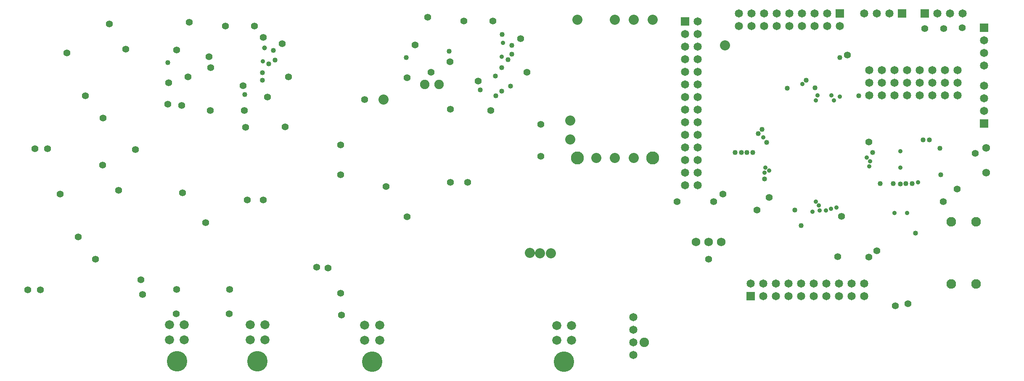
<source format=gbs>
G04 Layer_Color=16711935*
%FSLAX23Y23*%
%MOIN*%
G70*
G01*
G75*
%ADD72C,0.035*%
%ADD74C,0.075*%
%ADD124C,0.162*%
%ADD125C,0.072*%
%ADD126C,0.065*%
%ADD127C,0.080*%
%ADD128C,0.103*%
%ADD129C,0.068*%
%ADD130C,0.076*%
%ADD131C,0.065*%
%ADD132R,0.065X0.065*%
%ADD133R,0.065X0.065*%
%ADD134C,0.062*%
%ADD135C,0.005*%
%ADD136C,0.040*%
%ADD137C,0.055*%
%ADD138C,0.080*%
%ADD139C,0.039*%
D72*
X9795Y4450D02*
D03*
X9630Y3585D02*
D03*
X9190Y4125D02*
D03*
X9605Y4420D02*
D03*
X9620Y4460D02*
D03*
X9750Y4420D02*
D03*
X10275Y3885D02*
D03*
X5223Y4728D02*
D03*
X7115Y4765D02*
D03*
X10275Y4015D02*
D03*
X10030Y3895D02*
D03*
X10415Y3770D02*
D03*
X9685Y3545D02*
D03*
X9725Y3560D02*
D03*
X9770Y3570D02*
D03*
X10230Y3525D02*
D03*
X9580Y3535D02*
D03*
X9605Y3615D02*
D03*
X9237Y3862D02*
D03*
X9205Y3884D02*
D03*
X7125Y4875D02*
D03*
X9730Y4460D02*
D03*
X9200Y3845D02*
D03*
X9500Y4550D02*
D03*
X10035Y3935D02*
D03*
X10010Y3965D02*
D03*
X9635Y3545D02*
D03*
X10330Y3525D02*
D03*
D74*
X8245Y2500D02*
D03*
X6620Y4545D02*
D03*
X6505D02*
D03*
D124*
X7610Y2345D02*
D03*
X4541Y2350D02*
D03*
X6089Y2347D02*
D03*
X5180Y2350D02*
D03*
D125*
X7551Y2633D02*
D03*
X7669D02*
D03*
Y2515D02*
D03*
X7551D02*
D03*
X4482Y2638D02*
D03*
X4600D02*
D03*
Y2520D02*
D03*
X4482D02*
D03*
X6030Y2635D02*
D03*
X6148D02*
D03*
Y2517D02*
D03*
X6030D02*
D03*
X5121Y2638D02*
D03*
X5239D02*
D03*
Y2520D02*
D03*
X5121D02*
D03*
D126*
X8160Y2700D02*
D03*
Y2600D02*
D03*
Y2500D02*
D03*
Y2400D02*
D03*
D127*
X7660Y4110D02*
D03*
Y4260D02*
D03*
X8164Y3961D02*
D03*
X8014D02*
D03*
X7865D02*
D03*
X7715Y5059D02*
D03*
X8014D02*
D03*
X8164D02*
D03*
X8314D02*
D03*
D128*
Y3961D02*
D03*
X7715D02*
D03*
D129*
X8855Y3295D02*
D03*
X8755D02*
D03*
X8655D02*
D03*
D130*
X10678Y3455D02*
D03*
Y2963D02*
D03*
X10875Y3455D02*
D03*
Y2963D02*
D03*
D131*
X8670Y3745D02*
D03*
X8570D02*
D03*
X8670Y3845D02*
D03*
X8570D02*
D03*
X8670Y3945D02*
D03*
X8570D02*
D03*
X8670Y4045D02*
D03*
X8570D02*
D03*
X8670Y4145D02*
D03*
X8570D02*
D03*
X8670Y4245D02*
D03*
X8570D02*
D03*
X8670Y4345D02*
D03*
X8570D02*
D03*
X8670Y4445D02*
D03*
X8570D02*
D03*
X8670Y4545D02*
D03*
X8570D02*
D03*
X8670Y4645D02*
D03*
X8570D02*
D03*
X8670Y4745D02*
D03*
X8570D02*
D03*
X8670Y4845D02*
D03*
X8570D02*
D03*
X8670Y4945D02*
D03*
X8570D02*
D03*
X8670Y5045D02*
D03*
X9990Y2965D02*
D03*
Y2865D02*
D03*
X9890Y2965D02*
D03*
Y2865D02*
D03*
X9790Y2965D02*
D03*
Y2865D02*
D03*
X9690Y2965D02*
D03*
Y2865D02*
D03*
X9590Y2965D02*
D03*
Y2865D02*
D03*
X9490Y2965D02*
D03*
Y2865D02*
D03*
X9390Y2965D02*
D03*
Y2865D02*
D03*
X9290Y2965D02*
D03*
Y2865D02*
D03*
X9190Y2965D02*
D03*
Y2865D02*
D03*
X9090Y2965D02*
D03*
X10030Y4460D02*
D03*
Y4560D02*
D03*
Y4660D02*
D03*
X10130Y4460D02*
D03*
Y4560D02*
D03*
Y4660D02*
D03*
X10230Y4460D02*
D03*
Y4560D02*
D03*
Y4660D02*
D03*
X10330Y4460D02*
D03*
Y4560D02*
D03*
Y4660D02*
D03*
X10430Y4460D02*
D03*
Y4560D02*
D03*
Y4660D02*
D03*
X10530Y4460D02*
D03*
Y4560D02*
D03*
Y4660D02*
D03*
X10630Y4460D02*
D03*
Y4560D02*
D03*
Y4660D02*
D03*
X10730D02*
D03*
Y4560D02*
D03*
Y4460D02*
D03*
X9795Y5010D02*
D03*
X9695Y5110D02*
D03*
Y5010D02*
D03*
X9595Y5110D02*
D03*
Y5010D02*
D03*
X9495Y5110D02*
D03*
Y5010D02*
D03*
X9395Y5110D02*
D03*
Y5010D02*
D03*
X9295Y5110D02*
D03*
Y5010D02*
D03*
X9195Y5110D02*
D03*
Y5010D02*
D03*
X9095Y5110D02*
D03*
Y5010D02*
D03*
X8995Y5110D02*
D03*
Y5010D02*
D03*
X10940Y4335D02*
D03*
Y4435D02*
D03*
Y4535D02*
D03*
Y4895D02*
D03*
Y4795D02*
D03*
Y4695D02*
D03*
X10190Y5110D02*
D03*
X10090D02*
D03*
X9990D02*
D03*
X10570D02*
D03*
X10670D02*
D03*
X10770D02*
D03*
D132*
X8570Y5045D02*
D03*
X10940Y4235D02*
D03*
Y4995D02*
D03*
D133*
X9090Y2865D02*
D03*
X9795Y5110D02*
D03*
X10290D02*
D03*
X10470D02*
D03*
D134*
X10955Y4043D02*
D03*
Y3847D02*
D03*
D135*
X11061Y4083D02*
D03*
Y3807D02*
D03*
X3380Y2480D02*
D03*
X3345Y4990D02*
D03*
X10755Y2480D02*
D03*
D136*
X9440Y3550D02*
D03*
X9015Y4005D02*
D03*
X8965D02*
D03*
X9060D02*
D03*
X9105D02*
D03*
X5080Y4465D02*
D03*
X4470Y4720D02*
D03*
X6945Y4503D02*
D03*
X7120Y4943D02*
D03*
X6360Y4758D02*
D03*
X7165Y4743D02*
D03*
X7185Y4533D02*
D03*
X7065Y4613D02*
D03*
X7115Y4493D02*
D03*
X10595Y3830D02*
D03*
X10590Y4040D02*
D03*
X10505Y4105D02*
D03*
X10455D02*
D03*
X9945Y4455D02*
D03*
X10220Y3760D02*
D03*
X9150Y4155D02*
D03*
X5220Y4640D02*
D03*
X7115Y4680D02*
D03*
X9530Y4580D02*
D03*
X9795Y4760D02*
D03*
X5305Y4815D02*
D03*
X5220Y4580D02*
D03*
X5320Y4740D02*
D03*
X5270Y4710D02*
D03*
X6700Y4810D02*
D03*
X7070Y4455D02*
D03*
X7195Y4785D02*
D03*
Y4855D02*
D03*
X9200Y3795D02*
D03*
X9380Y4515D02*
D03*
X9600Y4520D02*
D03*
X10055Y4005D02*
D03*
X10115Y3760D02*
D03*
X10275Y3755D02*
D03*
X10320Y3760D02*
D03*
X10370D02*
D03*
X10395Y3365D02*
D03*
X9490Y3425D02*
D03*
X9180Y4190D02*
D03*
X9215Y4085D02*
D03*
D137*
X4270Y2880D02*
D03*
X4213Y4028D02*
D03*
X4255Y2995D02*
D03*
X8795Y3615D02*
D03*
X5845Y2715D02*
D03*
X4540Y2920D02*
D03*
X4955Y2725D02*
D03*
X4960Y2920D02*
D03*
X4770Y3450D02*
D03*
X4470Y4390D02*
D03*
X4585Y3685D02*
D03*
X4580Y4380D02*
D03*
X10615Y3615D02*
D03*
X10090Y3225D02*
D03*
X9780Y3180D02*
D03*
X5840Y3830D02*
D03*
Y4065D02*
D03*
X5225Y3630D02*
D03*
X5260Y4445D02*
D03*
X5100Y3630D02*
D03*
X6365Y4598D02*
D03*
X3815Y4455D02*
D03*
X3670Y4795D02*
D03*
X3955Y4280D02*
D03*
X4135Y4825D02*
D03*
X3415Y4035D02*
D03*
X3515D02*
D03*
X4007Y5025D02*
D03*
X3952Y3905D02*
D03*
X3615Y3675D02*
D03*
X3360Y2915D02*
D03*
X3460D02*
D03*
X3895Y3160D02*
D03*
X3760Y3335D02*
D03*
X4080Y3705D02*
D03*
X5375Y4870D02*
D03*
X5425Y4605D02*
D03*
X4640Y5040D02*
D03*
X8755Y3160D02*
D03*
X5155Y5010D02*
D03*
X4925D02*
D03*
X5065Y4535D02*
D03*
X4475Y4560D02*
D03*
X4540Y4820D02*
D03*
X6430Y4858D02*
D03*
X6930Y4573D02*
D03*
X7265Y4908D02*
D03*
X6530Y5078D02*
D03*
X7315Y4643D02*
D03*
X6555D02*
D03*
X7045Y5048D02*
D03*
X5400Y4210D02*
D03*
X5085Y4205D02*
D03*
X4810Y4680D02*
D03*
X4630Y4607D02*
D03*
X4805Y4340D02*
D03*
X5075D02*
D03*
X6705Y4725D02*
D03*
X6030Y4425D02*
D03*
X6365Y3495D02*
D03*
X6200Y3735D02*
D03*
X7030Y4340D02*
D03*
X6710Y3770D02*
D03*
X6845D02*
D03*
X6710Y4350D02*
D03*
X7425Y3975D02*
D03*
Y4230D02*
D03*
X10725Y3715D02*
D03*
X10870Y4000D02*
D03*
X9140Y3550D02*
D03*
X10765Y4995D02*
D03*
X10620Y4990D02*
D03*
X10470D02*
D03*
X8870Y3675D02*
D03*
X4535Y2725D02*
D03*
X5650Y3095D02*
D03*
X5740Y3090D02*
D03*
X5840Y2890D02*
D03*
X8505Y3615D02*
D03*
X10025Y3175D02*
D03*
X9810Y3500D02*
D03*
X6815Y5048D02*
D03*
X10025Y4090D02*
D03*
X9855Y4780D02*
D03*
X5225Y4920D02*
D03*
X4795Y4765D02*
D03*
X9237Y3650D02*
D03*
X10235Y2790D02*
D03*
X10335Y2805D02*
D03*
D138*
X6180Y4425D02*
D03*
X7420Y3205D02*
D03*
X7340Y3210D02*
D03*
X7505Y3205D02*
D03*
X8885Y4855D02*
D03*
D139*
X5235Y4835D02*
D03*
M02*

</source>
